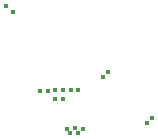
<source format=gbr>
G04 #@! TF.GenerationSoftware,KiCad,Pcbnew,5.0.2+dfsg1-1~bpo9+1*
G04 #@! TF.CreationDate,2019-10-16T17:32:00+02:00*
G04 #@! TF.ProjectId,zglue-dragon-adapter,7a676c75-652d-4647-9261-676f6e2d6164,rev?*
G04 #@! TF.SameCoordinates,Original*
G04 #@! TF.FileFunction,Copper,L2,Inr*
G04 #@! TF.FilePolarity,Positive*
%FSLAX46Y46*%
G04 Gerber Fmt 4.6, Leading zero omitted, Abs format (unit mm)*
G04 Created by KiCad (PCBNEW 5.0.2+dfsg1-1~bpo9+1) date Wed 16 Oct 2019 05:32:00 PM CEST*
%MOMM*%
%LPD*%
G01*
G04 APERTURE LIST*
G04 #@! TA.AperFunction,ViaPad*
%ADD10C,0.400000*%
G04 #@! TD*
G04 APERTURE END LIST*
D10*
G04 #@! TO.N,GND*
X8600000Y-5120000D03*
X8000000Y-4620000D03*
G04 #@! TO.N,/CSI_CLK_IN_P*
X16624455Y-10265545D03*
X19935545Y-14504455D03*
G04 #@! TO.N,/CSI_CLK_IN_N*
X16235545Y-10654455D03*
X20324455Y-14115545D03*
G04 #@! TO.N,Net-(U1-PadD8)*
X10875000Y-11795000D03*
G04 #@! TO.N,/ULPM_WAKE*
X14125000Y-11780000D03*
G04 #@! TO.N,/CSI_INT*
X11525000Y-11800000D03*
G04 #@! TO.N,/CTRL_OUT*
X13150000Y-15020000D03*
G04 #@! TO.N,/PROC_SCK*
X12825000Y-12475000D03*
G04 #@! TO.N,/MIPI_SEL*
X12150000Y-11775000D03*
G04 #@! TO.N,/PROC_SI*
X12175000Y-12475000D03*
G04 #@! TO.N,/PROC_OUT_0*
X14500000Y-15020000D03*
G04 #@! TO.N,/USB_DET*
X13450000Y-15420000D03*
G04 #@! TO.N,/PIO1*
X13525000Y-11785000D03*
G04 #@! TO.N,/CTRL_RST*
X12825000Y-11790000D03*
G04 #@! TO.N,/PIO2*
X14100000Y-15370000D03*
G04 #@! TO.N,/PROC_RST*
X13800000Y-14970000D03*
G04 #@! TD*
M02*

</source>
